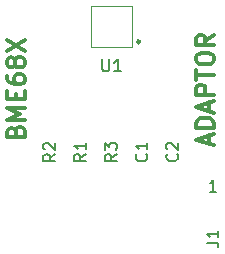
<source format=gbr>
%TF.GenerationSoftware,KiCad,Pcbnew,(6.0.2)*%
%TF.CreationDate,2022-04-05T22:12:57+02:00*%
%TF.ProjectId,BME68x Adaptor,424d4536-3878-4204-9164-6170746f722e,rev?*%
%TF.SameCoordinates,Original*%
%TF.FileFunction,Legend,Top*%
%TF.FilePolarity,Positive*%
%FSLAX46Y46*%
G04 Gerber Fmt 4.6, Leading zero omitted, Abs format (unit mm)*
G04 Created by KiCad (PCBNEW (6.0.2)) date 2022-04-05 22:12:57*
%MOMM*%
%LPD*%
G01*
G04 APERTURE LIST*
%ADD10C,0.150000*%
%ADD11C,0.300000*%
%ADD12C,0.250000*%
%ADD13C,0.120000*%
G04 APERTURE END LIST*
D10*
X148885714Y-98652380D02*
X148314285Y-98652380D01*
X148600000Y-98652380D02*
X148600000Y-97652380D01*
X148504761Y-97795238D01*
X148409523Y-97890476D01*
X148314285Y-97938095D01*
D11*
X148250000Y-94607142D02*
X148250000Y-93892857D01*
X148678571Y-94750000D02*
X147178571Y-94250000D01*
X148678571Y-93750000D01*
X148678571Y-93250000D02*
X147178571Y-93250000D01*
X147178571Y-92892857D01*
X147250000Y-92678571D01*
X147392857Y-92535714D01*
X147535714Y-92464285D01*
X147821428Y-92392857D01*
X148035714Y-92392857D01*
X148321428Y-92464285D01*
X148464285Y-92535714D01*
X148607142Y-92678571D01*
X148678571Y-92892857D01*
X148678571Y-93250000D01*
X148250000Y-91821428D02*
X148250000Y-91107142D01*
X148678571Y-91964285D02*
X147178571Y-91464285D01*
X148678571Y-90964285D01*
X148678571Y-90464285D02*
X147178571Y-90464285D01*
X147178571Y-89892857D01*
X147250000Y-89750000D01*
X147321428Y-89678571D01*
X147464285Y-89607142D01*
X147678571Y-89607142D01*
X147821428Y-89678571D01*
X147892857Y-89750000D01*
X147964285Y-89892857D01*
X147964285Y-90464285D01*
X147178571Y-89178571D02*
X147178571Y-88321428D01*
X148678571Y-88750000D02*
X147178571Y-88750000D01*
X147178571Y-87535714D02*
X147178571Y-87250000D01*
X147250000Y-87107142D01*
X147392857Y-86964285D01*
X147678571Y-86892857D01*
X148178571Y-86892857D01*
X148464285Y-86964285D01*
X148607142Y-87107142D01*
X148678571Y-87250000D01*
X148678571Y-87535714D01*
X148607142Y-87678571D01*
X148464285Y-87821428D01*
X148178571Y-87892857D01*
X147678571Y-87892857D01*
X147392857Y-87821428D01*
X147250000Y-87678571D01*
X147178571Y-87535714D01*
X148678571Y-85392857D02*
X147964285Y-85892857D01*
X148678571Y-86250000D02*
X147178571Y-86250000D01*
X147178571Y-85678571D01*
X147250000Y-85535714D01*
X147321428Y-85464285D01*
X147464285Y-85392857D01*
X147678571Y-85392857D01*
X147821428Y-85464285D01*
X147892857Y-85535714D01*
X147964285Y-85678571D01*
X147964285Y-86250000D01*
X131892857Y-93571428D02*
X131964285Y-93357142D01*
X132035714Y-93285714D01*
X132178571Y-93214285D01*
X132392857Y-93214285D01*
X132535714Y-93285714D01*
X132607142Y-93357142D01*
X132678571Y-93500000D01*
X132678571Y-94071428D01*
X131178571Y-94071428D01*
X131178571Y-93571428D01*
X131250000Y-93428571D01*
X131321428Y-93357142D01*
X131464285Y-93285714D01*
X131607142Y-93285714D01*
X131750000Y-93357142D01*
X131821428Y-93428571D01*
X131892857Y-93571428D01*
X131892857Y-94071428D01*
X132678571Y-92571428D02*
X131178571Y-92571428D01*
X132250000Y-92071428D01*
X131178571Y-91571428D01*
X132678571Y-91571428D01*
X131892857Y-90857142D02*
X131892857Y-90357142D01*
X132678571Y-90142857D02*
X132678571Y-90857142D01*
X131178571Y-90857142D01*
X131178571Y-90142857D01*
X131178571Y-88857142D02*
X131178571Y-89142857D01*
X131250000Y-89285714D01*
X131321428Y-89357142D01*
X131535714Y-89500000D01*
X131821428Y-89571428D01*
X132392857Y-89571428D01*
X132535714Y-89500000D01*
X132607142Y-89428571D01*
X132678571Y-89285714D01*
X132678571Y-89000000D01*
X132607142Y-88857142D01*
X132535714Y-88785714D01*
X132392857Y-88714285D01*
X132035714Y-88714285D01*
X131892857Y-88785714D01*
X131821428Y-88857142D01*
X131750000Y-89000000D01*
X131750000Y-89285714D01*
X131821428Y-89428571D01*
X131892857Y-89500000D01*
X132035714Y-89571428D01*
X131821428Y-87857142D02*
X131750000Y-88000000D01*
X131678571Y-88071428D01*
X131535714Y-88142857D01*
X131464285Y-88142857D01*
X131321428Y-88071428D01*
X131250000Y-88000000D01*
X131178571Y-87857142D01*
X131178571Y-87571428D01*
X131250000Y-87428571D01*
X131321428Y-87357142D01*
X131464285Y-87285714D01*
X131535714Y-87285714D01*
X131678571Y-87357142D01*
X131750000Y-87428571D01*
X131821428Y-87571428D01*
X131821428Y-87857142D01*
X131892857Y-88000000D01*
X131964285Y-88071428D01*
X132107142Y-88142857D01*
X132392857Y-88142857D01*
X132535714Y-88071428D01*
X132607142Y-88000000D01*
X132678571Y-87857142D01*
X132678571Y-87571428D01*
X132607142Y-87428571D01*
X132535714Y-87357142D01*
X132392857Y-87285714D01*
X132107142Y-87285714D01*
X131964285Y-87357142D01*
X131892857Y-87428571D01*
X131821428Y-87571428D01*
X131178571Y-86785714D02*
X132678571Y-85785714D01*
X131178571Y-85785714D02*
X132678571Y-86785714D01*
D10*
%TO.C,C2*%
X145557142Y-95466666D02*
X145604761Y-95514285D01*
X145652380Y-95657142D01*
X145652380Y-95752380D01*
X145604761Y-95895238D01*
X145509523Y-95990476D01*
X145414285Y-96038095D01*
X145223809Y-96085714D01*
X145080952Y-96085714D01*
X144890476Y-96038095D01*
X144795238Y-95990476D01*
X144700000Y-95895238D01*
X144652380Y-95752380D01*
X144652380Y-95657142D01*
X144700000Y-95514285D01*
X144747619Y-95466666D01*
X144747619Y-95085714D02*
X144700000Y-95038095D01*
X144652380Y-94942857D01*
X144652380Y-94704761D01*
X144700000Y-94609523D01*
X144747619Y-94561904D01*
X144842857Y-94514285D01*
X144938095Y-94514285D01*
X145080952Y-94561904D01*
X145652380Y-95133333D01*
X145652380Y-94514285D01*
%TO.C,C1*%
X142957142Y-95466666D02*
X143004761Y-95514285D01*
X143052380Y-95657142D01*
X143052380Y-95752380D01*
X143004761Y-95895238D01*
X142909523Y-95990476D01*
X142814285Y-96038095D01*
X142623809Y-96085714D01*
X142480952Y-96085714D01*
X142290476Y-96038095D01*
X142195238Y-95990476D01*
X142100000Y-95895238D01*
X142052380Y-95752380D01*
X142052380Y-95657142D01*
X142100000Y-95514285D01*
X142147619Y-95466666D01*
X143052380Y-94514285D02*
X143052380Y-95085714D01*
X143052380Y-94800000D02*
X142052380Y-94800000D01*
X142195238Y-94895238D01*
X142290476Y-94990476D01*
X142338095Y-95085714D01*
%TO.C,R3*%
X140452380Y-95466666D02*
X139976190Y-95800000D01*
X140452380Y-96038095D02*
X139452380Y-96038095D01*
X139452380Y-95657142D01*
X139500000Y-95561904D01*
X139547619Y-95514285D01*
X139642857Y-95466666D01*
X139785714Y-95466666D01*
X139880952Y-95514285D01*
X139928571Y-95561904D01*
X139976190Y-95657142D01*
X139976190Y-96038095D01*
X139452380Y-95133333D02*
X139452380Y-94514285D01*
X139833333Y-94847619D01*
X139833333Y-94704761D01*
X139880952Y-94609523D01*
X139928571Y-94561904D01*
X140023809Y-94514285D01*
X140261904Y-94514285D01*
X140357142Y-94561904D01*
X140404761Y-94609523D01*
X140452380Y-94704761D01*
X140452380Y-94990476D01*
X140404761Y-95085714D01*
X140357142Y-95133333D01*
%TO.C,R1*%
X137852380Y-95466666D02*
X137376190Y-95800000D01*
X137852380Y-96038095D02*
X136852380Y-96038095D01*
X136852380Y-95657142D01*
X136900000Y-95561904D01*
X136947619Y-95514285D01*
X137042857Y-95466666D01*
X137185714Y-95466666D01*
X137280952Y-95514285D01*
X137328571Y-95561904D01*
X137376190Y-95657142D01*
X137376190Y-96038095D01*
X137852380Y-94514285D02*
X137852380Y-95085714D01*
X137852380Y-94800000D02*
X136852380Y-94800000D01*
X136995238Y-94895238D01*
X137090476Y-94990476D01*
X137138095Y-95085714D01*
%TO.C,R2*%
X135252380Y-95466666D02*
X134776190Y-95800000D01*
X135252380Y-96038095D02*
X134252380Y-96038095D01*
X134252380Y-95657142D01*
X134300000Y-95561904D01*
X134347619Y-95514285D01*
X134442857Y-95466666D01*
X134585714Y-95466666D01*
X134680952Y-95514285D01*
X134728571Y-95561904D01*
X134776190Y-95657142D01*
X134776190Y-96038095D01*
X134347619Y-95085714D02*
X134300000Y-95038095D01*
X134252380Y-94942857D01*
X134252380Y-94704761D01*
X134300000Y-94609523D01*
X134347619Y-94561904D01*
X134442857Y-94514285D01*
X134538095Y-94514285D01*
X134680952Y-94561904D01*
X135252380Y-95133333D01*
X135252380Y-94514285D01*
%TO.C,U1*%
X139238095Y-87452380D02*
X139238095Y-88261904D01*
X139285714Y-88357142D01*
X139333333Y-88404761D01*
X139428571Y-88452380D01*
X139619047Y-88452380D01*
X139714285Y-88404761D01*
X139761904Y-88357142D01*
X139809523Y-88261904D01*
X139809523Y-87452380D01*
X140809523Y-88452380D02*
X140238095Y-88452380D01*
X140523809Y-88452380D02*
X140523809Y-87452380D01*
X140428571Y-87595238D01*
X140333333Y-87690476D01*
X140238095Y-87738095D01*
%TO.C,J1*%
X148072380Y-102968333D02*
X148786666Y-102968333D01*
X148929523Y-103015952D01*
X149024761Y-103111190D01*
X149072380Y-103254047D01*
X149072380Y-103349285D01*
X149072380Y-101968333D02*
X149072380Y-102539761D01*
X149072380Y-102254047D02*
X148072380Y-102254047D01*
X148215238Y-102349285D01*
X148310476Y-102444523D01*
X148358095Y-102539761D01*
D12*
%TO.C,U1*%
X142425000Y-85950000D02*
G75*
G03*
X142425000Y-85950000I-125000J0D01*
G01*
D13*
X141750000Y-86450000D02*
X141750000Y-82950000D01*
X138250000Y-86450000D02*
X141750000Y-86450000D01*
X138250000Y-86450000D02*
X138250000Y-82950000D01*
X138250000Y-82950000D02*
X141750000Y-82950000D01*
%TD*%
M02*

</source>
